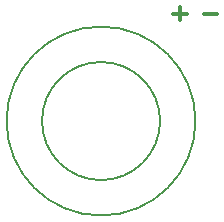
<source format=gbr>
G04 #@! TF.GenerationSoftware,KiCad,Pcbnew,(5.0.1-dev-70-gb7b125d83)*
G04 #@! TF.CreationDate,2019-02-14T00:16:49+01:00*
G04 #@! TF.ProjectId,piezothing,7069657A6F7468696E672E6B69636164,rev?*
G04 #@! TF.SameCoordinates,Original*
G04 #@! TF.FileFunction,Legend,Top*
G04 #@! TF.FilePolarity,Positive*
%FSLAX46Y46*%
G04 Gerber Fmt 4.6, Leading zero omitted, Abs format (unit mm)*
G04 Created by KiCad (PCBNEW (5.0.1-dev-70-gb7b125d83)) date 02/14/19 00:16:49*
%MOMM*%
%LPD*%
G01*
G04 APERTURE LIST*
%ADD10C,0.300000*%
%ADD11C,0.200000*%
G04 APERTURE END LIST*
D10*
X138678571Y-70907142D02*
X139821428Y-70907142D01*
X136128571Y-70907142D02*
X137271428Y-70907142D01*
X136700000Y-71478571D02*
X136700000Y-70335714D01*
D11*
X138000000Y-80000000D02*
G75*
G03X138000000Y-80000000I-8000000J0D01*
G01*
X135000000Y-80000000D02*
G75*
G03X135000000Y-80000000I-5000000J0D01*
G01*
M02*

</source>
